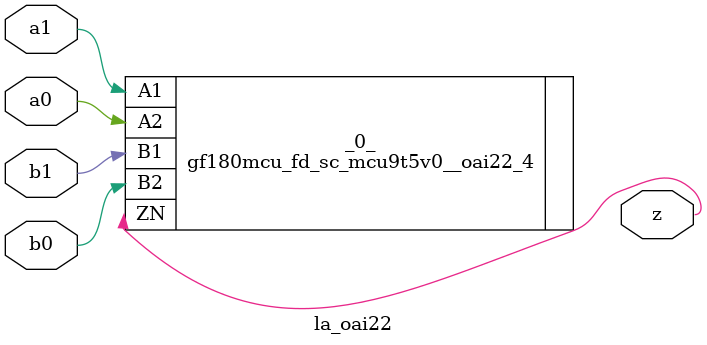
<source format=v>

/* Generated by Yosys 0.44 (git sha1 80ba43d26, g++ 11.4.0-1ubuntu1~22.04 -fPIC -O3) */

(* top =  1  *)
(* src = "generated" *)
(* keep_hierarchy *)
module la_oai22 (
    a0,
    a1,
    b0,
    b1,
    z
);
  (* src = "generated" *)
  input a0;
  wire a0;
  (* src = "generated" *)
  input a1;
  wire a1;
  (* src = "generated" *)
  input b0;
  wire b0;
  (* src = "generated" *)
  input b1;
  wire b1;
  (* src = "generated" *)
  output z;
  wire z;
  gf180mcu_fd_sc_mcu9t5v0__oai22_4 _0_ (
      .A1(a1),
      .A2(a0),
      .B1(b1),
      .B2(b0),
      .ZN(z)
  );
endmodule

</source>
